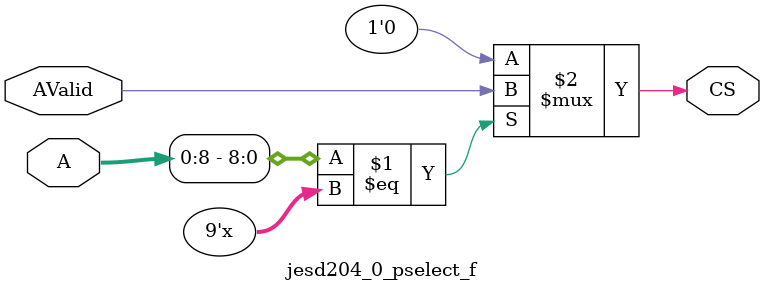
<source format=v>
`timescale 1 ps/1 ps

module jesd204_0_pselect_f ( A, AValid, CS) ;

parameter C_AB  = 9;
parameter C_AW  = 32;
parameter [0:C_AW - 1] C_BAR =  'bz;
parameter C_FAMILY  = "nofamily";
input[0:C_AW-1] A; 
input AValid; 
output CS; 
wire CS;
parameter [0:C_AB-1]BAR = C_BAR[0:C_AB-1];

//----------------------------------------------------------------------------
// Build a behavioral decoder
//----------------------------------------------------------------------------
generate
if (C_AB > 0) begin : XST_WA
assign CS = (A[0:C_AB - 1] == BAR[0:C_AB - 1]) ? AValid : 1'b0 ;
end
endgenerate

generate
if (C_AB == 0) begin : PASS_ON_GEN
assign CS = AValid ;
end
endgenerate
endmodule

</source>
